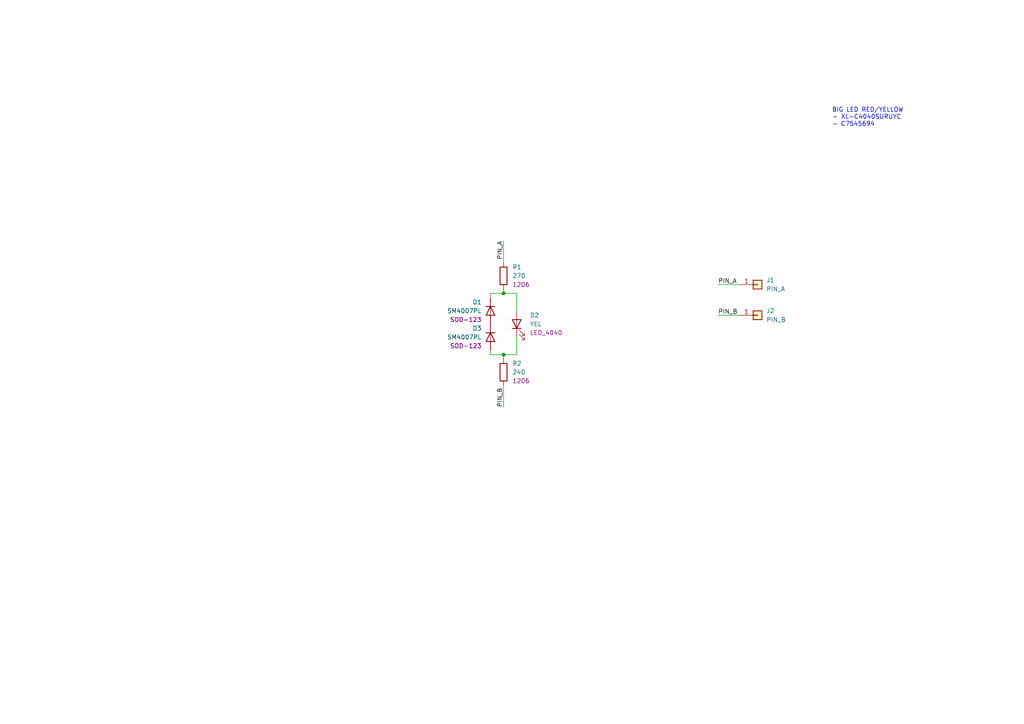
<source format=kicad_sch>
(kicad_sch (version 20230121) (generator eeschema)
  (paper "A4")
  (lib_symbols
    (symbol "Connector_Generic:Conn_01x01" (pin_names (offset 1.016) hide)
      (property "Reference" "J" (at 0 2.54 0))
      (property "Value" "Conn_01x01" (at 0 -2.54 0))
      (symbol "Conn_01x01_1_1"
        (rectangle (start -1.27 0.127) (end 0 -0.127) (stroke (width 0.1524)))
        (rectangle (start -1.27 1.27) (end 1.27 -1.27) (stroke (width 0.254)) (fill (type background)))
        (pin passive line (at -5.08 0 0) (length 3.81) (name "Pin_1") (number "1"))
      )
    )
    (symbol "Device:D" (pin_numbers hide) (pin_names (offset 1.016) hide)
      (property "Reference" "D" (at 0 2.54 0))
      (property "Value" "D" (at 0 -2.54 0))
      (symbol "D_0_1"
        (polyline (pts (xy -1.27 1.27) (xy -1.27 -1.27)) (stroke (width 0.254)))
        (polyline (pts (xy 1.27 0) (xy -1.27 0)))
        (polyline (pts (xy 1.27 1.27) (xy 1.27 -1.27) (xy -1.27 0) (xy 1.27 1.27)) (stroke (width 0.254)))
      )
      (symbol "D_1_1"
        (pin passive line (at -3.81 0 0) (length 2.54) (name "K") (number "1"))
        (pin passive line (at 3.81 0 180) (length 2.54) (name "A") (number "2"))
      )
    )
    (symbol "Device:LED" (pin_numbers hide) (pin_names (offset 1.016) hide)
      (property "Reference" "D" (at 0 2.54 0))
      (property "Value" "LED" (at 0 -2.54 0))
      (symbol "LED_0_1"
        (polyline (pts (xy -1.27 -1.27) (xy -1.27 1.27)) (stroke (width 0.254)))
        (polyline (pts (xy -1.27 0) (xy 1.27 0)))
        (polyline (pts (xy 1.27 -1.27) (xy 1.27 1.27) (xy -1.27 0) (xy 1.27 -1.27)) (stroke (width 0.254)))
        (polyline (pts (xy -3.048 -0.762) (xy -4.572 -2.286) (xy -3.81 -2.286) (xy -4.572 -2.286) (xy -4.572 -1.524)))
        (polyline (pts (xy -1.778 -0.762) (xy -3.302 -2.286) (xy -2.54 -2.286) (xy -3.302 -2.286) (xy -3.302 -1.524)))
      )
      (symbol "LED_1_1"
        (pin passive line (at -3.81 0 0) (length 2.54) (name "K") (number "1"))
        (pin passive line (at 3.81 0 180) (length 2.54) (name "A") (number "2"))
      )
    )
    (symbol "Device:R" (pin_numbers hide) (pin_names (offset 0))
      (property "Reference" "R" (at 2.032 0 90))
      (property "Value" "R" (at 0 0 90))
      (symbol "R_0_1"
        (rectangle (start -1.016 -2.54) (end 1.016 2.54) (stroke (width 0.254)))
      )
      (symbol "R_1_1"
        (pin passive line (at 0 3.81 270) (length 1.27) (name "~") (number "1"))
        (pin passive line (at 0 -3.81 90) (length 1.27) (name "~") (number "2"))
      )
    )
  )
  (junction (at 146.05 102.87))
  (junction (at 146.05 85.09))
  (wire (pts (xy 142.24 102.87) (xy 146.05 102.87)))
  (wire (pts (xy 149.86 97.79) (xy 149.86 102.87)))
  (wire (pts (xy 142.24 85.09) (xy 146.05 85.09)))
  (wire (pts (xy 146.05 102.87) (xy 146.05 104.14)))
  (wire (pts (xy 146.05 85.09) (xy 149.86 85.09)))
  (wire (pts (xy 142.24 101.6) (xy 142.24 102.87)))
  (wire (pts (xy 142.24 86.36) (xy 142.24 85.09)))
  (wire (pts (xy 146.05 111.76) (xy 146.05 118.11)))
  (wire (pts (xy 149.86 85.09) (xy 149.86 90.17)))
  (wire (pts (xy 146.05 69.85) (xy 146.05 76.2)))
  (wire (pts (xy 146.05 83.82) (xy 146.05 85.09)))
  (wire (pts (xy 208.28 82.55) (xy 214.63 82.55)))
  (wire (pts (xy 208.28 91.44) (xy 214.63 91.44)))
  (wire (pts (xy 146.05 102.87) (xy 149.86 102.87)))
  (text "BIG LED RED/YELLOW\n- XL-C4040SURUYC\n- C7545694" (at 241.3 36.83 0) (effects (font (size 1.27 1.27)) (justify left bottom)))
  (label "PIN_A" (at 146.05 69.85 270))
  (label "PIN_B" (at 208.28 91.44 0))
  (label "PIN_B" (at 146.05 118.11 90))
  (label "PIN_A" (at 208.28 82.55 0))
  (symbol (lib_id "Device:D") (at 142.24 97.79 270) (unit 1)
    (property "Reference" "D3" (at 139.7 95.25 90) (effects (justify right)))
    (property "Value" "SM4007PL" (at 139.7 97.79 90) (effects (justify right)))
    (property "Footprint" "Slonket_Footprints:D_SOD-123F" (effects hide))
    (property "LCSC" "C64898" (effects hide))
    (property "Package" "SOD-123" (at 139.7 100.33 90) (effects (justify right)))
  )
  (symbol (lib_id "Device:R") (at 146.05 107.95 0) (unit 1)
    (property "Reference" "R2" (at 148.59 105.41 0) (effects (justify left)))
    (property "Value" "240" (at 148.59 107.95 0) (effects (justify left)))
    (property "Footprint" "Slonket_Footprints:R_1206" (effects hide))
    (property "LCSC" "C2933649" (effects hide))
    (property "Package" "1206" (at 148.59 110.49 0) (effects (justify left)))
  )
  (symbol (lib_id "Device:D") (at 142.24 90.17 270) (unit 1)
    (property "Reference" "D1" (at 139.7 87.63 90) (effects (justify right)))
    (property "Value" "SM4007PL" (at 139.7 90.17 90) (effects (justify right)))
    (property "Footprint" "Slonket_Footprints:D_SOD-123F" (effects hide))
    (property "LCSC" "C64898" (effects hide))
    (property "Package" "SOD-123" (at 139.7 92.71 90) (effects (justify right)))
  )
  (symbol (lib_id "Connector_Generic:Conn_01x01") (at 219.71 82.55 0) (unit 1) (in_bom no)
    (property "Reference" "J1" (at 222.25 81.28 0) (effects (justify left)))
    (property "Value" "PIN_A" (at 222.25 83.82 0) (effects (justify left)))
    (property "Footprint" "Slonket_Footprints:J_Pad_1_Lego" (effects hide))
  )
  (symbol (lib_id "Device:R") (at 146.05 80.01 0) (unit 1)
    (property "Reference" "R1" (at 148.59 77.47 0) (effects (justify left)))
    (property "Value" "270" (at 148.59 80.01 0) (effects (justify left)))
    (property "Footprint" "Slonket_Footprints:R_1206" (effects hide))
    (property "LCSC" "C25366" (effects hide))
    (property "Package" "1206" (at 148.59 82.55 0) (effects (justify left)))
  )
  (symbol (lib_id "Device:LED") (at 149.86 93.98 90) (unit 1)
    (property "Reference" "D2" (at 153.67 91.44 90) (effects (justify right)))
    (property "Value" "YEL" (at 153.67 93.98 90) (effects (justify right)))
    (property "Footprint" "Slonket_Footprints:D_LED_4040" (effects hide))
    (property "LCSC" "C7545692" (effects hide))
    (property "Package" "LED_4040" (at 153.67 96.52 90) (effects (justify right)))
  )
  (symbol (lib_id "Connector_Generic:Conn_01x01") (at 219.71 91.44 0) (unit 1) (in_bom no)
    (property "Reference" "J2" (at 222.25 90.17 0) (effects (justify left)))
    (property "Value" "PIN_B" (at 222.25 92.71 0) (effects (justify left)))
    (property "Footprint" "Slonket_Footprints:J_Pad_1_Lego" (effects hide))
  )
)
</source>
